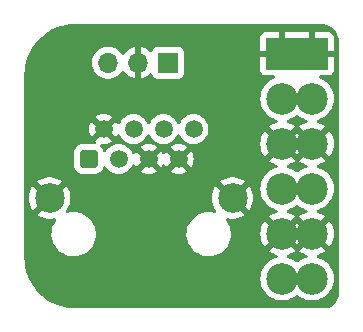
<source format=gbr>
%TF.GenerationSoftware,KiCad,Pcbnew,7.0.5-0*%
%TF.CreationDate,2023-10-13T18:20:27+02:00*%
%TF.ProjectId,rj45-stepper-adapter,726a3435-2d73-4746-9570-7065722d6164,rev?*%
%TF.SameCoordinates,Original*%
%TF.FileFunction,Copper,L2,Bot*%
%TF.FilePolarity,Positive*%
%FSLAX46Y46*%
G04 Gerber Fmt 4.6, Leading zero omitted, Abs format (unit mm)*
G04 Created by KiCad (PCBNEW 7.0.5-0) date 2023-10-13 18:20:27*
%MOMM*%
%LPD*%
G01*
G04 APERTURE LIST*
G04 Aperture macros list*
%AMRoundRect*
0 Rectangle with rounded corners*
0 $1 Rounding radius*
0 $2 $3 $4 $5 $6 $7 $8 $9 X,Y pos of 4 corners*
0 Add a 4 corners polygon primitive as box body*
4,1,4,$2,$3,$4,$5,$6,$7,$8,$9,$2,$3,0*
0 Add four circle primitives for the rounded corners*
1,1,$1+$1,$2,$3*
1,1,$1+$1,$4,$5*
1,1,$1+$1,$6,$7*
1,1,$1+$1,$8,$9*
0 Add four rect primitives between the rounded corners*
20,1,$1+$1,$2,$3,$4,$5,0*
20,1,$1+$1,$4,$5,$6,$7,0*
20,1,$1+$1,$6,$7,$8,$9,0*
20,1,$1+$1,$8,$9,$2,$3,0*%
G04 Aperture macros list end*
%TA.AperFunction,ComponentPad*%
%ADD10R,1.700000X1.700000*%
%TD*%
%TA.AperFunction,ComponentPad*%
%ADD11O,1.700000X1.700000*%
%TD*%
%TA.AperFunction,ComponentPad*%
%ADD12RoundRect,0.250500X-0.499500X-0.499500X0.499500X-0.499500X0.499500X0.499500X-0.499500X0.499500X0*%
%TD*%
%TA.AperFunction,ComponentPad*%
%ADD13C,1.500000*%
%TD*%
%TA.AperFunction,ComponentPad*%
%ADD14C,2.500000*%
%TD*%
%TA.AperFunction,ComponentPad*%
%ADD15R,2.670000X2.670000*%
%TD*%
%TA.AperFunction,ComponentPad*%
%ADD16C,2.670000*%
%TD*%
G04 APERTURE END LIST*
D10*
%TO.P,J2,1,Pin_1*%
%TO.N,/VCC 3.3V*%
X152908000Y-98552000D03*
D11*
%TO.P,J2,2,Pin_2*%
%TO.N,GND*%
X150368000Y-98552000D03*
%TO.P,J2,3,Pin_3*%
%TO.N,/SIG*%
X147828000Y-98552000D03*
%TD*%
D12*
%TO.P,J3,1*%
%TO.N,/SIG*%
X146182000Y-106711500D03*
D13*
%TO.P,J3,2*%
%TO.N,GND*%
X147442000Y-104171500D03*
%TO.P,J3,3*%
%TO.N,/VCC 3.3V*%
X148722000Y-106711500D03*
%TO.P,J3,4*%
%TO.N,/ENA+*%
X149982000Y-104171500D03*
%TO.P,J3,5*%
%TO.N,GND*%
X151262000Y-106711500D03*
%TO.P,J3,6*%
%TO.N,/DIR+*%
X152522000Y-104171500D03*
%TO.P,J3,7*%
%TO.N,GND*%
X153802000Y-106711500D03*
%TO.P,J3,8*%
%TO.N,/PUL+*%
X155062000Y-104171500D03*
D14*
%TO.P,J3,SH*%
%TO.N,GND*%
X142877000Y-110021500D03*
X158367000Y-110021500D03*
%TD*%
D15*
%TO.P,J6,1,Pin_1*%
%TO.N,GND*%
X165100000Y-97790000D03*
X162560000Y-97790000D03*
D16*
%TO.P,J6,2,Pin_2*%
%TO.N,/ENA+*%
X165100000Y-101600000D03*
X162560000Y-101600000D03*
%TO.P,J6,3,Pin_3*%
%TO.N,GND*%
X165100000Y-105410000D03*
X162560000Y-105410000D03*
%TO.P,J6,4,Pin_4*%
%TO.N,/DIR+*%
X165100000Y-109220000D03*
X162560000Y-109220000D03*
%TO.P,J6,5,Pin_5*%
%TO.N,GND*%
X165100000Y-113030000D03*
X162560000Y-113030000D03*
%TO.P,J6,6,Pin_6*%
%TO.N,/PUL+*%
X165100000Y-116840000D03*
X162560000Y-116840000D03*
%TD*%
%TA.AperFunction,Conductor*%
%TO.N,GND*%
G36*
X164575901Y-113332588D02*
G01*
X164672075Y-113457925D01*
X164797412Y-113554099D01*
X164894779Y-113594429D01*
X163988828Y-114500379D01*
X163988829Y-114500380D01*
X164101050Y-114584388D01*
X164332435Y-114710734D01*
X164332434Y-114710734D01*
X164579447Y-114802864D01*
X164619712Y-114811624D01*
X164682025Y-114845649D01*
X164716050Y-114907961D01*
X164710985Y-114978777D01*
X164668438Y-115035612D01*
X164619713Y-115057864D01*
X164579306Y-115066654D01*
X164579302Y-115066655D01*
X164579299Y-115066656D01*
X164442438Y-115117702D01*
X164332222Y-115158811D01*
X164100790Y-115285183D01*
X164100784Y-115285187D01*
X164100783Y-115285188D01*
X163905507Y-115431368D01*
X163838988Y-115456178D01*
X163769614Y-115441086D01*
X163754494Y-115431370D01*
X163559217Y-115285188D01*
X163559212Y-115285185D01*
X163559209Y-115285183D01*
X163327777Y-115158811D01*
X163080698Y-115066655D01*
X163063644Y-115062945D01*
X163040285Y-115057864D01*
X162977975Y-115023840D01*
X162943950Y-114961527D01*
X162949014Y-114890712D01*
X162991561Y-114833876D01*
X163040287Y-114811623D01*
X163080559Y-114802862D01*
X163327565Y-114710734D01*
X163558945Y-114584391D01*
X163671169Y-114500379D01*
X163671170Y-114500379D01*
X162765220Y-113594429D01*
X162862588Y-113554099D01*
X162987925Y-113457925D01*
X163084099Y-113332589D01*
X163124429Y-113235220D01*
X163829998Y-113940789D01*
X163830000Y-113940789D01*
X164535569Y-113235219D01*
X164575901Y-113332588D01*
G37*
%TD.AperFunction*%
%TA.AperFunction,Conductor*%
G36*
X163890386Y-110618913D02*
G01*
X163905505Y-110628629D01*
X164100783Y-110774812D01*
X164332226Y-110901190D01*
X164579299Y-110993344D01*
X164619712Y-111002135D01*
X164682023Y-111036158D01*
X164716049Y-111098470D01*
X164710985Y-111169285D01*
X164668440Y-111226122D01*
X164619715Y-111248375D01*
X164579443Y-111257136D01*
X164332434Y-111349265D01*
X164101055Y-111475608D01*
X163988829Y-111559618D01*
X163988828Y-111559619D01*
X164894779Y-112465570D01*
X164797412Y-112505901D01*
X164672075Y-112602075D01*
X164575901Y-112727411D01*
X164535570Y-112824778D01*
X163830001Y-112119209D01*
X163829999Y-112119209D01*
X163124429Y-112824778D01*
X163084099Y-112727412D01*
X162987925Y-112602075D01*
X162862588Y-112505901D01*
X162765219Y-112465570D01*
X163671170Y-111559619D01*
X163671169Y-111559618D01*
X163558949Y-111475611D01*
X163327564Y-111349265D01*
X163327565Y-111349265D01*
X163080554Y-111257135D01*
X163040285Y-111248375D01*
X162977973Y-111214349D01*
X162943949Y-111152036D01*
X162949015Y-111081220D01*
X162991563Y-111024385D01*
X163040284Y-111002135D01*
X163080701Y-110993344D01*
X163327774Y-110901190D01*
X163559217Y-110774812D01*
X163754492Y-110628631D01*
X163821011Y-110603821D01*
X163890386Y-110618913D01*
G37*
%TD.AperFunction*%
%TA.AperFunction,Conductor*%
G36*
X164575901Y-105712588D02*
G01*
X164672075Y-105837925D01*
X164797412Y-105934099D01*
X164894779Y-105974429D01*
X163988828Y-106880379D01*
X163988829Y-106880380D01*
X164101050Y-106964388D01*
X164332435Y-107090734D01*
X164332434Y-107090734D01*
X164579447Y-107182864D01*
X164619712Y-107191624D01*
X164682025Y-107225649D01*
X164716050Y-107287961D01*
X164710985Y-107358777D01*
X164668438Y-107415612D01*
X164619713Y-107437864D01*
X164579306Y-107446654D01*
X164579302Y-107446655D01*
X164579299Y-107446656D01*
X164442438Y-107497702D01*
X164332222Y-107538811D01*
X164100790Y-107665183D01*
X164100784Y-107665187D01*
X164100783Y-107665188D01*
X163905507Y-107811368D01*
X163838988Y-107836178D01*
X163769614Y-107821086D01*
X163754494Y-107811370D01*
X163559217Y-107665188D01*
X163559212Y-107665185D01*
X163559209Y-107665183D01*
X163327777Y-107538811D01*
X163080698Y-107446655D01*
X163063644Y-107442945D01*
X163040285Y-107437864D01*
X162977975Y-107403840D01*
X162943950Y-107341527D01*
X162949014Y-107270712D01*
X162991561Y-107213876D01*
X163040287Y-107191623D01*
X163080559Y-107182862D01*
X163327565Y-107090734D01*
X163558945Y-106964391D01*
X163671169Y-106880379D01*
X163671170Y-106880379D01*
X162765220Y-105974429D01*
X162862588Y-105934099D01*
X162987925Y-105837925D01*
X163084099Y-105712589D01*
X163124429Y-105615220D01*
X163829999Y-106320790D01*
X163830001Y-106320790D01*
X164535570Y-105615220D01*
X164575901Y-105712588D01*
G37*
%TD.AperFunction*%
%TA.AperFunction,Conductor*%
G36*
X163890386Y-102998913D02*
G01*
X163905505Y-103008629D01*
X164100783Y-103154812D01*
X164332226Y-103281190D01*
X164579299Y-103373344D01*
X164619712Y-103382135D01*
X164682023Y-103416158D01*
X164716049Y-103478470D01*
X164710985Y-103549285D01*
X164668440Y-103606122D01*
X164619715Y-103628375D01*
X164579443Y-103637136D01*
X164332434Y-103729265D01*
X164101055Y-103855608D01*
X163988829Y-103939618D01*
X163988828Y-103939619D01*
X164894779Y-104845570D01*
X164797412Y-104885901D01*
X164672075Y-104982075D01*
X164575901Y-105107411D01*
X164535570Y-105204779D01*
X163830001Y-104499210D01*
X163829999Y-104499210D01*
X163124429Y-105204778D01*
X163084099Y-105107412D01*
X162987925Y-104982075D01*
X162862588Y-104885901D01*
X162765220Y-104845570D01*
X163671170Y-103939619D01*
X163671169Y-103939618D01*
X163558949Y-103855611D01*
X163327564Y-103729265D01*
X163327565Y-103729265D01*
X163080554Y-103637135D01*
X163040285Y-103628375D01*
X162977973Y-103594349D01*
X162943949Y-103532036D01*
X162949015Y-103461220D01*
X162991563Y-103404385D01*
X163040284Y-103382135D01*
X163080701Y-103373344D01*
X163327774Y-103281190D01*
X163559217Y-103154812D01*
X163754492Y-103008631D01*
X163821011Y-102983821D01*
X163890386Y-102998913D01*
G37*
%TD.AperFunction*%
%TA.AperFunction,Conductor*%
G36*
X164515444Y-97633369D02*
G01*
X164494823Y-97790000D01*
X164515444Y-97946631D01*
X164555775Y-98044000D01*
X163104225Y-98044000D01*
X163144556Y-97946631D01*
X163165177Y-97790000D01*
X163144556Y-97633369D01*
X163104225Y-97536000D01*
X164555775Y-97536000D01*
X164515444Y-97633369D01*
G37*
%TD.AperFunction*%
%TA.AperFunction,Conductor*%
G36*
X165864244Y-95275661D02*
G01*
X165942672Y-95281269D01*
X166066276Y-95290110D01*
X166084050Y-95292665D01*
X166275382Y-95334287D01*
X166292610Y-95339346D01*
X166476060Y-95407768D01*
X166492407Y-95415234D01*
X166664244Y-95509065D01*
X166679361Y-95518780D01*
X166836097Y-95636110D01*
X166849683Y-95647883D01*
X166988116Y-95786316D01*
X166999889Y-95799902D01*
X167117217Y-95956635D01*
X167126936Y-95971758D01*
X167220763Y-96143588D01*
X167228232Y-96159942D01*
X167296650Y-96343378D01*
X167301714Y-96360626D01*
X167309367Y-96395804D01*
X167343332Y-96551938D01*
X167345890Y-96569732D01*
X167360339Y-96771755D01*
X167360500Y-96776251D01*
X167360500Y-118107518D01*
X167360306Y-118112463D01*
X167345955Y-118294798D01*
X167342862Y-118314325D01*
X167301904Y-118484930D01*
X167295794Y-118503734D01*
X167228653Y-118665827D01*
X167219677Y-118683444D01*
X167128002Y-118833044D01*
X167116380Y-118849040D01*
X167002433Y-118982453D01*
X166988453Y-118996433D01*
X166855040Y-119110380D01*
X166839044Y-119122002D01*
X166689444Y-119213677D01*
X166671827Y-119222653D01*
X166509734Y-119289794D01*
X166490930Y-119295904D01*
X166320325Y-119336862D01*
X166300798Y-119339955D01*
X166118464Y-119354306D01*
X166113519Y-119354500D01*
X145035466Y-119354500D01*
X145032555Y-119354433D01*
X144640848Y-119336322D01*
X144635051Y-119335785D01*
X144280589Y-119286340D01*
X144248133Y-119281813D01*
X144242421Y-119280745D01*
X143862138Y-119191304D01*
X143856538Y-119189710D01*
X143486134Y-119065563D01*
X143480705Y-119063460D01*
X143123330Y-118905663D01*
X143118123Y-118903070D01*
X142776839Y-118712976D01*
X142771891Y-118709913D01*
X142622092Y-118607299D01*
X142449581Y-118489126D01*
X142444955Y-118485632D01*
X142238657Y-118314325D01*
X142144396Y-118236051D01*
X142140104Y-118232139D01*
X141863859Y-117955894D01*
X141859948Y-117951603D01*
X141733663Y-117799524D01*
X141610364Y-117651041D01*
X141606876Y-117646422D01*
X141433255Y-117392967D01*
X141386086Y-117324108D01*
X141383026Y-117319166D01*
X141192924Y-116977867D01*
X141190336Y-116972669D01*
X141131756Y-116840000D01*
X160711791Y-116840000D01*
X160730602Y-117103024D01*
X160786655Y-117360698D01*
X160878811Y-117607777D01*
X161005186Y-117839214D01*
X161163214Y-118050317D01*
X161163222Y-118050326D01*
X161349673Y-118236777D01*
X161349682Y-118236785D01*
X161352525Y-118238913D01*
X161560783Y-118394812D01*
X161560785Y-118394813D01*
X161730507Y-118487489D01*
X161792226Y-118521190D01*
X162039299Y-118613344D01*
X162296972Y-118669397D01*
X162560000Y-118688209D01*
X162823028Y-118669397D01*
X163080701Y-118613344D01*
X163327774Y-118521190D01*
X163559217Y-118394812D01*
X163754492Y-118248631D01*
X163821011Y-118223821D01*
X163890386Y-118238913D01*
X163905505Y-118248629D01*
X164100783Y-118394812D01*
X164100785Y-118394813D01*
X164270507Y-118487489D01*
X164332226Y-118521190D01*
X164579299Y-118613344D01*
X164836972Y-118669397D01*
X165100000Y-118688209D01*
X165363028Y-118669397D01*
X165620701Y-118613344D01*
X165867774Y-118521190D01*
X166099217Y-118394812D01*
X166310320Y-118236783D01*
X166496783Y-118050320D01*
X166654812Y-117839217D01*
X166781190Y-117607774D01*
X166873344Y-117360701D01*
X166929397Y-117103028D01*
X166948209Y-116840000D01*
X166929397Y-116576972D01*
X166873344Y-116319299D01*
X166781190Y-116072226D01*
X166654812Y-115840783D01*
X166521519Y-115662723D01*
X166496785Y-115629682D01*
X166496777Y-115629673D01*
X166310326Y-115443222D01*
X166310317Y-115443214D01*
X166099214Y-115285186D01*
X165867777Y-115158811D01*
X165620698Y-115066655D01*
X165603644Y-115062945D01*
X165580285Y-115057864D01*
X165517975Y-115023840D01*
X165483950Y-114961527D01*
X165489014Y-114890712D01*
X165531561Y-114833876D01*
X165580287Y-114811623D01*
X165620559Y-114802862D01*
X165867565Y-114710734D01*
X166098945Y-114584391D01*
X166211169Y-114500379D01*
X166211170Y-114500379D01*
X165305220Y-113594429D01*
X165402588Y-113554099D01*
X165527925Y-113457925D01*
X165624099Y-113332589D01*
X165664429Y-113235220D01*
X166570379Y-114141170D01*
X166570379Y-114141169D01*
X166654391Y-114028945D01*
X166780734Y-113797565D01*
X166872862Y-113550559D01*
X166928901Y-113292952D01*
X166947707Y-113029999D01*
X166928901Y-112767047D01*
X166872862Y-112509440D01*
X166780734Y-112262434D01*
X166654388Y-112031050D01*
X166570380Y-111918829D01*
X166570379Y-111918828D01*
X165664429Y-112824778D01*
X165624099Y-112727412D01*
X165527925Y-112602075D01*
X165402588Y-112505901D01*
X165305219Y-112465570D01*
X166211170Y-111559619D01*
X166211169Y-111559618D01*
X166098949Y-111475611D01*
X165867564Y-111349265D01*
X165867565Y-111349265D01*
X165620554Y-111257135D01*
X165580285Y-111248375D01*
X165517973Y-111214349D01*
X165483949Y-111152036D01*
X165489015Y-111081220D01*
X165531563Y-111024385D01*
X165580284Y-111002135D01*
X165620701Y-110993344D01*
X165867774Y-110901190D01*
X166099217Y-110774812D01*
X166310320Y-110616783D01*
X166496783Y-110430320D01*
X166654812Y-110219217D01*
X166781190Y-109987774D01*
X166873344Y-109740701D01*
X166929397Y-109483028D01*
X166948209Y-109220000D01*
X166929397Y-108956972D01*
X166873344Y-108699299D01*
X166781190Y-108452226D01*
X166654812Y-108220783D01*
X166576245Y-108115829D01*
X166496785Y-108009682D01*
X166496777Y-108009673D01*
X166310326Y-107823222D01*
X166310317Y-107823214D01*
X166099214Y-107665186D01*
X165867777Y-107538811D01*
X165620698Y-107446655D01*
X165603644Y-107442945D01*
X165580285Y-107437864D01*
X165517975Y-107403840D01*
X165483950Y-107341527D01*
X165489014Y-107270712D01*
X165531561Y-107213876D01*
X165580287Y-107191623D01*
X165620559Y-107182862D01*
X165867565Y-107090734D01*
X166098945Y-106964391D01*
X166211169Y-106880379D01*
X166211170Y-106880379D01*
X165305220Y-105974429D01*
X165402588Y-105934099D01*
X165527925Y-105837925D01*
X165624099Y-105712589D01*
X165664429Y-105615220D01*
X166570379Y-106521170D01*
X166570379Y-106521169D01*
X166654391Y-106408945D01*
X166780734Y-106177565D01*
X166872862Y-105930559D01*
X166928901Y-105672952D01*
X166947707Y-105410000D01*
X166928901Y-105147047D01*
X166872862Y-104889440D01*
X166780734Y-104642434D01*
X166654388Y-104411050D01*
X166570380Y-104298829D01*
X166570379Y-104298828D01*
X165664429Y-105204777D01*
X165624099Y-105107412D01*
X165527925Y-104982075D01*
X165402588Y-104885901D01*
X165305220Y-104845570D01*
X166211170Y-103939619D01*
X166211169Y-103939618D01*
X166098949Y-103855611D01*
X165867564Y-103729265D01*
X165867565Y-103729265D01*
X165620554Y-103637135D01*
X165580285Y-103628375D01*
X165517973Y-103594349D01*
X165483949Y-103532036D01*
X165489015Y-103461220D01*
X165531563Y-103404385D01*
X165580284Y-103382135D01*
X165620701Y-103373344D01*
X165867774Y-103281190D01*
X166099217Y-103154812D01*
X166310320Y-102996783D01*
X166496783Y-102810320D01*
X166654812Y-102599217D01*
X166781190Y-102367774D01*
X166873344Y-102120701D01*
X166929397Y-101863028D01*
X166948209Y-101600000D01*
X166929397Y-101336972D01*
X166873344Y-101079299D01*
X166781190Y-100832226D01*
X166654812Y-100600783D01*
X166576245Y-100495830D01*
X166496785Y-100389682D01*
X166496777Y-100389673D01*
X166310326Y-100203222D01*
X166310317Y-100203214D01*
X166099214Y-100045186D01*
X165867777Y-99918811D01*
X165828040Y-99903990D01*
X165755824Y-99877054D01*
X165698991Y-99834509D01*
X165674180Y-99767989D01*
X165689271Y-99698615D01*
X165739474Y-99648412D01*
X165799859Y-99633000D01*
X166483585Y-99633000D01*
X166483597Y-99632999D01*
X166544093Y-99626494D01*
X166680964Y-99575444D01*
X166680965Y-99575444D01*
X166797904Y-99487904D01*
X166885444Y-99370965D01*
X166885444Y-99370964D01*
X166936494Y-99234093D01*
X166942999Y-99173597D01*
X166943000Y-99173585D01*
X166943000Y-98044000D01*
X165644225Y-98044000D01*
X165684556Y-97946631D01*
X165705177Y-97790000D01*
X165684556Y-97633369D01*
X165644225Y-97536000D01*
X166943000Y-97536000D01*
X166943000Y-96406414D01*
X166942999Y-96406402D01*
X166936494Y-96345906D01*
X166885444Y-96209035D01*
X166885444Y-96209034D01*
X166797904Y-96092095D01*
X166680965Y-96004555D01*
X166544093Y-95953505D01*
X166483597Y-95947000D01*
X165354000Y-95947000D01*
X165354000Y-97245775D01*
X165256631Y-97205444D01*
X165139323Y-97190000D01*
X165060677Y-97190000D01*
X164943369Y-97205444D01*
X164846000Y-97245775D01*
X164846000Y-95947000D01*
X162814000Y-95947000D01*
X162814000Y-97245775D01*
X162716631Y-97205444D01*
X162599323Y-97190000D01*
X162520677Y-97190000D01*
X162403369Y-97205444D01*
X162306000Y-97245775D01*
X162306000Y-95947000D01*
X161176402Y-95947000D01*
X161115906Y-95953505D01*
X160979035Y-96004555D01*
X160979034Y-96004555D01*
X160862095Y-96092095D01*
X160774555Y-96209034D01*
X160774555Y-96209035D01*
X160723505Y-96345906D01*
X160717000Y-96406402D01*
X160717000Y-97536000D01*
X162015775Y-97536000D01*
X161975444Y-97633369D01*
X161954823Y-97790000D01*
X161975444Y-97946631D01*
X162015775Y-98044000D01*
X160717000Y-98044000D01*
X160717000Y-99173597D01*
X160723505Y-99234093D01*
X160774555Y-99370964D01*
X160774555Y-99370965D01*
X160862095Y-99487904D01*
X160979034Y-99575444D01*
X161115906Y-99626494D01*
X161176402Y-99632999D01*
X161176415Y-99633000D01*
X161860141Y-99633000D01*
X161928262Y-99653002D01*
X161974755Y-99706658D01*
X161984859Y-99776932D01*
X161955365Y-99841512D01*
X161904176Y-99877054D01*
X161838902Y-99901400D01*
X161792222Y-99918811D01*
X161560785Y-100045186D01*
X161349682Y-100203214D01*
X161349673Y-100203222D01*
X161163222Y-100389673D01*
X161163214Y-100389682D01*
X161005186Y-100600785D01*
X160878811Y-100832222D01*
X160786655Y-101079301D01*
X160730602Y-101336975D01*
X160711791Y-101600000D01*
X160730602Y-101863024D01*
X160786655Y-102120698D01*
X160878811Y-102367777D01*
X161005186Y-102599214D01*
X161163214Y-102810317D01*
X161163222Y-102810326D01*
X161349673Y-102996777D01*
X161349682Y-102996785D01*
X161352525Y-102998913D01*
X161560783Y-103154812D01*
X161792226Y-103281190D01*
X162039299Y-103373344D01*
X162079712Y-103382135D01*
X162142023Y-103416158D01*
X162176049Y-103478470D01*
X162170985Y-103549285D01*
X162128440Y-103606122D01*
X162079715Y-103628375D01*
X162039443Y-103637136D01*
X161792434Y-103729265D01*
X161561055Y-103855608D01*
X161448829Y-103939618D01*
X161448828Y-103939619D01*
X162354779Y-104845570D01*
X162257412Y-104885901D01*
X162132075Y-104982075D01*
X162035901Y-105107411D01*
X161995570Y-105204779D01*
X161089619Y-104298828D01*
X161089618Y-104298829D01*
X161005608Y-104411055D01*
X160879265Y-104642434D01*
X160787137Y-104889440D01*
X160731098Y-105147047D01*
X160712292Y-105410000D01*
X160731098Y-105672952D01*
X160787137Y-105930559D01*
X160879265Y-106177565D01*
X161005611Y-106408949D01*
X161089618Y-106521169D01*
X161089619Y-106521170D01*
X161995569Y-105615219D01*
X162035901Y-105712588D01*
X162132075Y-105837925D01*
X162257412Y-105934099D01*
X162354779Y-105974429D01*
X161448828Y-106880379D01*
X161448829Y-106880380D01*
X161561050Y-106964388D01*
X161792435Y-107090734D01*
X161792434Y-107090734D01*
X162039447Y-107182864D01*
X162079712Y-107191624D01*
X162142025Y-107225649D01*
X162176050Y-107287961D01*
X162170985Y-107358777D01*
X162128438Y-107415612D01*
X162079713Y-107437864D01*
X162039306Y-107446654D01*
X162039302Y-107446655D01*
X162039299Y-107446656D01*
X161902438Y-107497702D01*
X161792222Y-107538811D01*
X161560785Y-107665186D01*
X161349682Y-107823214D01*
X161349673Y-107823222D01*
X161163222Y-108009673D01*
X161163214Y-108009682D01*
X161005186Y-108220785D01*
X160878811Y-108452222D01*
X160786655Y-108699301D01*
X160730602Y-108956975D01*
X160711791Y-109220000D01*
X160730602Y-109483024D01*
X160786655Y-109740698D01*
X160878811Y-109987777D01*
X161005186Y-110219214D01*
X161163214Y-110430317D01*
X161163222Y-110430326D01*
X161349673Y-110616777D01*
X161349682Y-110616785D01*
X161455830Y-110696245D01*
X161560783Y-110774812D01*
X161792226Y-110901190D01*
X162039299Y-110993344D01*
X162079712Y-111002135D01*
X162142023Y-111036158D01*
X162176049Y-111098470D01*
X162170985Y-111169285D01*
X162128440Y-111226122D01*
X162079715Y-111248375D01*
X162039443Y-111257136D01*
X161792434Y-111349265D01*
X161561055Y-111475608D01*
X161448829Y-111559618D01*
X161448828Y-111559619D01*
X162354779Y-112465570D01*
X162257412Y-112505901D01*
X162132075Y-112602075D01*
X162035901Y-112727411D01*
X161995570Y-112824779D01*
X161089619Y-111918828D01*
X161089618Y-111918829D01*
X161005608Y-112031055D01*
X160879265Y-112262434D01*
X160787137Y-112509440D01*
X160731098Y-112767047D01*
X160712292Y-113029999D01*
X160731098Y-113292952D01*
X160787137Y-113550559D01*
X160879265Y-113797565D01*
X161005611Y-114028949D01*
X161089618Y-114141169D01*
X161089619Y-114141170D01*
X161995570Y-113235219D01*
X162035901Y-113332588D01*
X162132075Y-113457925D01*
X162257412Y-113554099D01*
X162354779Y-113594429D01*
X161448828Y-114500379D01*
X161448829Y-114500380D01*
X161561050Y-114584388D01*
X161792435Y-114710734D01*
X161792434Y-114710734D01*
X162039447Y-114802864D01*
X162079712Y-114811624D01*
X162142025Y-114845649D01*
X162176050Y-114907961D01*
X162170985Y-114978777D01*
X162128438Y-115035612D01*
X162079713Y-115057864D01*
X162039306Y-115066654D01*
X162039302Y-115066655D01*
X162039299Y-115066656D01*
X161902438Y-115117702D01*
X161792222Y-115158811D01*
X161560785Y-115285186D01*
X161349682Y-115443214D01*
X161349673Y-115443222D01*
X161163222Y-115629673D01*
X161163214Y-115629682D01*
X161005186Y-115840785D01*
X160878811Y-116072222D01*
X160786655Y-116319301D01*
X160730602Y-116576975D01*
X160711791Y-116840000D01*
X141131756Y-116840000D01*
X141131756Y-116839999D01*
X141032537Y-116615288D01*
X141030436Y-116609865D01*
X141019412Y-116576975D01*
X140906288Y-116239459D01*
X140904699Y-116233876D01*
X140815250Y-115853561D01*
X140814188Y-115847883D01*
X140760214Y-115460948D01*
X140759677Y-115455151D01*
X140741567Y-115063444D01*
X140741500Y-115060534D01*
X140741500Y-110021500D01*
X141114070Y-110021500D01*
X141133760Y-110284254D01*
X141192392Y-110541134D01*
X141192393Y-110541136D01*
X141288651Y-110786400D01*
X141288653Y-110786404D01*
X141420397Y-111014592D01*
X141420400Y-111014597D01*
X141466670Y-111072617D01*
X141466672Y-111072617D01*
X142147275Y-110392013D01*
X142235775Y-110532860D01*
X142365640Y-110662725D01*
X142506485Y-110751223D01*
X141825438Y-111432270D01*
X141995532Y-111548239D01*
X141995532Y-111548240D01*
X142232923Y-111662562D01*
X142484704Y-111740228D01*
X142484712Y-111740229D01*
X142745260Y-111779500D01*
X143008740Y-111779500D01*
X143269287Y-111740229D01*
X143269293Y-111740228D01*
X143276828Y-111737904D01*
X143347818Y-111736934D01*
X143408063Y-111774499D01*
X143438435Y-111838671D01*
X143429292Y-111909076D01*
X143416449Y-111931618D01*
X143301807Y-112091858D01*
X143301803Y-112091864D01*
X143176270Y-112336024D01*
X143087631Y-112595848D01*
X143087628Y-112595861D01*
X143037764Y-112865817D01*
X143037763Y-112865828D01*
X143027738Y-113140180D01*
X143057762Y-113413066D01*
X143127204Y-113678684D01*
X143181724Y-113806979D01*
X143234577Y-113931352D01*
X143377595Y-114165696D01*
X143553209Y-114376718D01*
X143553211Y-114376720D01*
X143553213Y-114376722D01*
X143757666Y-114559914D01*
X143757672Y-114559919D01*
X143757677Y-114559923D01*
X143986641Y-114711404D01*
X144235221Y-114827933D01*
X144498119Y-114907027D01*
X144498122Y-114907027D01*
X144498124Y-114907028D01*
X144769727Y-114947000D01*
X144769731Y-114947000D01*
X144975547Y-114947000D01*
X145180805Y-114931977D01*
X145448775Y-114872284D01*
X145705198Y-114774211D01*
X145944609Y-114639847D01*
X146161904Y-114472057D01*
X146352454Y-114274416D01*
X146512196Y-114051137D01*
X146637727Y-113806979D01*
X146637727Y-113806978D01*
X146637729Y-113806975D01*
X146723998Y-113554099D01*
X146726370Y-113547146D01*
X146755542Y-113389210D01*
X146776235Y-113277182D01*
X146776236Y-113277171D01*
X146781242Y-113140180D01*
X154457738Y-113140180D01*
X154487762Y-113413066D01*
X154557204Y-113678684D01*
X154611724Y-113806979D01*
X154664577Y-113931352D01*
X154807595Y-114165696D01*
X154983209Y-114376718D01*
X154983211Y-114376720D01*
X154983213Y-114376722D01*
X155187666Y-114559914D01*
X155187672Y-114559919D01*
X155187677Y-114559923D01*
X155416641Y-114711404D01*
X155665221Y-114827933D01*
X155928119Y-114907027D01*
X155928122Y-114907027D01*
X155928124Y-114907028D01*
X156199727Y-114947000D01*
X156199731Y-114947000D01*
X156405547Y-114947000D01*
X156610805Y-114931977D01*
X156878775Y-114872284D01*
X157135198Y-114774211D01*
X157374609Y-114639847D01*
X157591904Y-114472057D01*
X157782454Y-114274416D01*
X157942196Y-114051137D01*
X158067727Y-113806979D01*
X158067727Y-113806978D01*
X158067729Y-113806975D01*
X158153998Y-113554099D01*
X158156370Y-113547146D01*
X158185542Y-113389210D01*
X158206235Y-113277182D01*
X158206236Y-113277171D01*
X158216262Y-113002820D01*
X158190320Y-112767047D01*
X158186237Y-112729933D01*
X158151184Y-112595854D01*
X158116796Y-112464318D01*
X158108775Y-112445444D01*
X158062277Y-112336024D01*
X158009423Y-112211648D01*
X157866405Y-111977304D01*
X157834884Y-111939427D01*
X157806685Y-111874277D01*
X157818186Y-111804218D01*
X157865738Y-111751499D01*
X157934244Y-111732857D01*
X157968873Y-111738430D01*
X157974696Y-111740226D01*
X157974712Y-111740229D01*
X158235260Y-111779500D01*
X158498740Y-111779500D01*
X158759287Y-111740229D01*
X158759295Y-111740228D01*
X159011076Y-111662562D01*
X159248467Y-111548240D01*
X159418561Y-111432270D01*
X158737514Y-110751223D01*
X158878360Y-110662725D01*
X159008225Y-110532860D01*
X159096723Y-110392014D01*
X159777327Y-111072618D01*
X159823603Y-111014590D01*
X159955346Y-110786404D01*
X159955348Y-110786400D01*
X160051606Y-110541136D01*
X160051607Y-110541134D01*
X160110239Y-110284254D01*
X160129929Y-110021500D01*
X160110239Y-109758745D01*
X160051607Y-109501865D01*
X160051606Y-109501863D01*
X159955348Y-109256599D01*
X159955346Y-109256595D01*
X159823605Y-109028413D01*
X159823600Y-109028405D01*
X159777328Y-108970381D01*
X159777326Y-108970381D01*
X159096723Y-109650984D01*
X159008225Y-109510140D01*
X158878360Y-109380275D01*
X158737513Y-109291775D01*
X159418560Y-108610729D01*
X159418560Y-108610728D01*
X159248467Y-108494759D01*
X159011076Y-108380437D01*
X158759295Y-108302771D01*
X158759287Y-108302770D01*
X158498740Y-108263500D01*
X158235260Y-108263500D01*
X157974712Y-108302770D01*
X157974704Y-108302771D01*
X157722923Y-108380437D01*
X157485532Y-108494759D01*
X157485525Y-108494763D01*
X157315438Y-108610727D01*
X157315438Y-108610729D01*
X157996485Y-109291776D01*
X157855640Y-109380275D01*
X157725775Y-109510140D01*
X157637276Y-109650985D01*
X156956671Y-108970380D01*
X156956670Y-108970381D01*
X156910400Y-109028404D01*
X156910397Y-109028407D01*
X156778653Y-109256595D01*
X156778651Y-109256599D01*
X156682393Y-109501863D01*
X156682392Y-109501865D01*
X156623760Y-109758745D01*
X156604070Y-110021500D01*
X156623760Y-110284254D01*
X156682392Y-110541134D01*
X156682393Y-110541136D01*
X156778651Y-110786400D01*
X156778653Y-110786404D01*
X156910396Y-111014590D01*
X156943028Y-111055509D01*
X156969862Y-111121239D01*
X156956900Y-111191043D01*
X156908257Y-111242757D01*
X156839377Y-111259964D01*
X156808217Y-111254727D01*
X156745875Y-111235971D01*
X156474272Y-111196000D01*
X156474269Y-111196000D01*
X156268453Y-111196000D01*
X156063191Y-111211023D01*
X155795231Y-111270714D01*
X155795219Y-111270718D01*
X155538801Y-111368789D01*
X155299397Y-111503149D01*
X155299393Y-111503151D01*
X155082094Y-111670944D01*
X155082093Y-111670945D01*
X154891548Y-111868581D01*
X154731807Y-112091858D01*
X154731803Y-112091864D01*
X154606270Y-112336024D01*
X154517631Y-112595848D01*
X154517628Y-112595861D01*
X154467764Y-112865817D01*
X154467763Y-112865828D01*
X154457738Y-113140180D01*
X146781242Y-113140180D01*
X146786262Y-113002820D01*
X146760320Y-112767047D01*
X146756237Y-112729933D01*
X146721184Y-112595854D01*
X146686796Y-112464318D01*
X146678775Y-112445444D01*
X146632277Y-112336024D01*
X146579423Y-112211648D01*
X146436405Y-111977304D01*
X146260791Y-111766282D01*
X146260787Y-111766279D01*
X146260786Y-111766277D01*
X146056333Y-111583085D01*
X146056320Y-111583075D01*
X145827359Y-111431596D01*
X145827358Y-111431596D01*
X145578779Y-111315067D01*
X145357104Y-111248375D01*
X145315875Y-111235971D01*
X145044272Y-111196000D01*
X145044269Y-111196000D01*
X144838453Y-111196000D01*
X144633196Y-111211022D01*
X144426949Y-111256966D01*
X144356109Y-111252253D01*
X144299062Y-111209990D01*
X144273920Y-111143594D01*
X144288666Y-111074146D01*
X144301043Y-111055419D01*
X144333602Y-111014591D01*
X144333603Y-111014590D01*
X144465346Y-110786404D01*
X144465348Y-110786400D01*
X144561606Y-110541136D01*
X144561607Y-110541134D01*
X144620239Y-110284254D01*
X144639929Y-110021500D01*
X144620239Y-109758745D01*
X144561607Y-109501865D01*
X144561606Y-109501863D01*
X144465348Y-109256599D01*
X144465346Y-109256595D01*
X144333605Y-109028413D01*
X144333600Y-109028405D01*
X144287327Y-108970381D01*
X143606723Y-109650985D01*
X143518225Y-109510140D01*
X143388360Y-109380275D01*
X143247514Y-109291776D01*
X143928560Y-108610729D01*
X143928560Y-108610728D01*
X143758467Y-108494759D01*
X143521076Y-108380437D01*
X143269295Y-108302771D01*
X143269287Y-108302770D01*
X143008740Y-108263500D01*
X142745260Y-108263500D01*
X142484712Y-108302770D01*
X142484704Y-108302771D01*
X142232923Y-108380437D01*
X141995532Y-108494759D01*
X141995525Y-108494763D01*
X141825438Y-108610727D01*
X141825438Y-108610729D01*
X142506485Y-109291776D01*
X142365640Y-109380275D01*
X142235775Y-109510140D01*
X142147276Y-109650985D01*
X141466671Y-108970380D01*
X141466670Y-108970381D01*
X141420400Y-109028404D01*
X141420397Y-109028407D01*
X141288653Y-109256595D01*
X141288651Y-109256599D01*
X141192393Y-109501863D01*
X141192392Y-109501865D01*
X141133760Y-109758745D01*
X141114070Y-110021500D01*
X140741500Y-110021500D01*
X140741500Y-107261584D01*
X144923500Y-107261584D01*
X144934119Y-107365522D01*
X144934120Y-107365528D01*
X144989929Y-107533951D01*
X145070876Y-107665186D01*
X145083075Y-107684963D01*
X145083080Y-107684969D01*
X145208530Y-107810419D01*
X145208536Y-107810424D01*
X145208537Y-107810425D01*
X145359549Y-107903571D01*
X145527972Y-107959380D01*
X145631915Y-107969999D01*
X145631915Y-107970000D01*
X145631924Y-107970000D01*
X146732085Y-107970000D01*
X146732084Y-107969999D01*
X146836028Y-107959380D01*
X147004451Y-107903571D01*
X147155463Y-107810425D01*
X147280925Y-107684963D01*
X147374071Y-107533951D01*
X147419621Y-107396486D01*
X147460033Y-107338118D01*
X147525589Y-107310862D01*
X147595474Y-107323375D01*
X147642435Y-107363849D01*
X147754251Y-107523538D01*
X147754254Y-107523542D01*
X147909957Y-107679245D01*
X147909961Y-107679248D01*
X147909962Y-107679249D01*
X148090346Y-107805556D01*
X148289924Y-107898620D01*
X148502629Y-107955615D01*
X148722000Y-107974807D01*
X148941371Y-107955615D01*
X149154076Y-107898620D01*
X149353654Y-107805556D01*
X149534038Y-107679249D01*
X149689749Y-107523538D01*
X149816056Y-107343154D01*
X149878081Y-107210139D01*
X149924996Y-107156856D01*
X149993273Y-107137394D01*
X150061234Y-107157935D01*
X150106470Y-107210140D01*
X150168378Y-107342902D01*
X150210801Y-107403486D01*
X150817155Y-106797132D01*
X150818327Y-106812765D01*
X150867887Y-106939041D01*
X150952465Y-107045099D01*
X151064547Y-107121516D01*
X151176622Y-107156086D01*
X150570012Y-107762696D01*
X150570012Y-107762697D01*
X150630600Y-107805122D01*
X150830092Y-107898147D01*
X150830096Y-107898149D01*
X151042712Y-107955119D01*
X151261999Y-107974304D01*
X151481287Y-107955119D01*
X151693903Y-107898149D01*
X151693912Y-107898145D01*
X151893405Y-107805119D01*
X151893412Y-107805115D01*
X151953986Y-107762698D01*
X151953986Y-107762697D01*
X151345315Y-107154025D01*
X151396138Y-107146365D01*
X151518357Y-107087507D01*
X151617798Y-106995240D01*
X151685625Y-106877760D01*
X151704550Y-106794840D01*
X152313196Y-107403486D01*
X152313198Y-107403486D01*
X152355615Y-107342912D01*
X152355616Y-107342910D01*
X152417804Y-107209549D01*
X152464721Y-107156264D01*
X152532999Y-107136803D01*
X152600959Y-107157345D01*
X152646193Y-107209548D01*
X152708375Y-107342897D01*
X152708378Y-107342901D01*
X152750801Y-107403486D01*
X153357155Y-106797132D01*
X153358327Y-106812765D01*
X153407887Y-106939041D01*
X153492465Y-107045099D01*
X153604547Y-107121516D01*
X153716622Y-107156086D01*
X153110012Y-107762696D01*
X153110012Y-107762697D01*
X153170600Y-107805122D01*
X153370092Y-107898147D01*
X153370096Y-107898149D01*
X153582712Y-107955119D01*
X153802000Y-107974304D01*
X154021287Y-107955119D01*
X154233903Y-107898149D01*
X154233912Y-107898145D01*
X154433405Y-107805119D01*
X154433412Y-107805115D01*
X154493986Y-107762698D01*
X154493986Y-107762697D01*
X153885315Y-107154025D01*
X153936138Y-107146365D01*
X154058357Y-107087507D01*
X154157798Y-106995240D01*
X154225625Y-106877760D01*
X154244550Y-106794839D01*
X154853197Y-107403486D01*
X154853198Y-107403486D01*
X154895615Y-107342912D01*
X154895619Y-107342905D01*
X154988645Y-107143412D01*
X154988649Y-107143403D01*
X155045619Y-106930787D01*
X155064804Y-106711499D01*
X155045619Y-106492212D01*
X154988649Y-106279596D01*
X154988647Y-106279592D01*
X154895621Y-106080098D01*
X154853198Y-106019512D01*
X154853196Y-106019512D01*
X154246844Y-106625864D01*
X154245673Y-106610235D01*
X154196113Y-106483959D01*
X154111535Y-106377901D01*
X153999453Y-106301484D01*
X153887375Y-106266913D01*
X154493986Y-105660301D01*
X154493986Y-105660300D01*
X154433401Y-105617878D01*
X154433402Y-105617878D01*
X154233907Y-105524852D01*
X154233903Y-105524850D01*
X154021287Y-105467880D01*
X153802000Y-105448695D01*
X153582712Y-105467880D01*
X153370096Y-105524850D01*
X153370092Y-105524852D01*
X153170598Y-105617878D01*
X153110011Y-105660301D01*
X153718684Y-106268974D01*
X153667862Y-106276635D01*
X153545643Y-106335493D01*
X153446202Y-106427760D01*
X153378375Y-106545240D01*
X153359449Y-106628159D01*
X152750801Y-106019511D01*
X152708377Y-106080100D01*
X152646194Y-106213451D01*
X152599277Y-106266735D01*
X152531000Y-106286196D01*
X152463040Y-106265654D01*
X152417806Y-106213451D01*
X152355624Y-106080103D01*
X152355621Y-106080098D01*
X152313198Y-106019512D01*
X152313197Y-106019512D01*
X151706844Y-106625864D01*
X151705673Y-106610235D01*
X151656113Y-106483959D01*
X151571535Y-106377901D01*
X151459453Y-106301484D01*
X151347375Y-106266913D01*
X151953986Y-105660301D01*
X151953986Y-105660300D01*
X151893401Y-105617878D01*
X151893402Y-105617878D01*
X151693907Y-105524852D01*
X151693903Y-105524850D01*
X151481287Y-105467880D01*
X151261999Y-105448695D01*
X151042712Y-105467880D01*
X150830096Y-105524850D01*
X150830092Y-105524852D01*
X150630598Y-105617878D01*
X150570011Y-105660301D01*
X151178684Y-106268974D01*
X151127862Y-106276635D01*
X151005643Y-106335493D01*
X150906202Y-106427760D01*
X150838375Y-106545240D01*
X150819449Y-106628158D01*
X150210801Y-106019511D01*
X150168377Y-106080100D01*
X150106469Y-106212860D01*
X150059552Y-106266145D01*
X149991274Y-106285605D01*
X149923315Y-106265063D01*
X149878080Y-106212859D01*
X149816056Y-106079847D01*
X149689749Y-105899462D01*
X149534038Y-105743751D01*
X149525876Y-105738036D01*
X149432927Y-105672952D01*
X149353654Y-105617444D01*
X149343223Y-105612580D01*
X149154079Y-105524381D01*
X149154073Y-105524379D01*
X149064178Y-105500291D01*
X148941371Y-105467385D01*
X148722000Y-105448193D01*
X148502629Y-105467385D01*
X148289926Y-105524379D01*
X148289920Y-105524381D01*
X148090346Y-105617444D01*
X147909965Y-105743748D01*
X147909959Y-105743753D01*
X147754253Y-105899459D01*
X147754248Y-105899465D01*
X147642437Y-106059147D01*
X147586979Y-106103475D01*
X147516360Y-106110784D01*
X147453000Y-106078753D01*
X147419620Y-106026510D01*
X147374071Y-105889049D01*
X147280925Y-105738037D01*
X147280924Y-105738036D01*
X147280919Y-105738030D01*
X147177416Y-105634527D01*
X147143390Y-105572215D01*
X147148455Y-105501400D01*
X147191002Y-105444564D01*
X147257522Y-105419753D01*
X147277493Y-105419912D01*
X147441994Y-105434304D01*
X147661287Y-105415119D01*
X147873903Y-105358149D01*
X147873912Y-105358145D01*
X148073405Y-105265119D01*
X148073412Y-105265115D01*
X148133986Y-105222698D01*
X148133986Y-105222697D01*
X147525315Y-104614025D01*
X147576138Y-104606365D01*
X147698357Y-104547507D01*
X147797798Y-104455240D01*
X147865625Y-104337760D01*
X147884550Y-104254840D01*
X148493196Y-104863486D01*
X148493198Y-104863486D01*
X148535615Y-104802912D01*
X148535616Y-104802910D01*
X148597529Y-104670140D01*
X148644447Y-104616855D01*
X148712724Y-104597394D01*
X148780684Y-104617936D01*
X148825919Y-104670140D01*
X148887944Y-104803154D01*
X149013227Y-104982075D01*
X149014251Y-104983538D01*
X149014254Y-104983542D01*
X149169957Y-105139245D01*
X149169961Y-105139248D01*
X149169962Y-105139249D01*
X149350346Y-105265556D01*
X149549924Y-105358620D01*
X149762629Y-105415615D01*
X149982000Y-105434807D01*
X150201371Y-105415615D01*
X150414076Y-105358620D01*
X150613654Y-105265556D01*
X150794038Y-105139249D01*
X150949749Y-104983538D01*
X151076056Y-104803154D01*
X151137804Y-104670732D01*
X151184722Y-104617446D01*
X151252999Y-104597985D01*
X151320959Y-104618526D01*
X151366195Y-104670732D01*
X151427944Y-104803154D01*
X151553227Y-104982075D01*
X151554251Y-104983538D01*
X151554254Y-104983542D01*
X151709957Y-105139245D01*
X151709961Y-105139248D01*
X151709962Y-105139249D01*
X151890346Y-105265556D01*
X152089924Y-105358620D01*
X152302629Y-105415615D01*
X152522000Y-105434807D01*
X152741371Y-105415615D01*
X152954076Y-105358620D01*
X153153654Y-105265556D01*
X153334038Y-105139249D01*
X153489749Y-104983538D01*
X153616056Y-104803154D01*
X153677804Y-104670732D01*
X153724722Y-104617446D01*
X153792999Y-104597985D01*
X153860959Y-104618526D01*
X153906195Y-104670732D01*
X153967944Y-104803154D01*
X154093227Y-104982075D01*
X154094251Y-104983538D01*
X154094254Y-104983542D01*
X154249957Y-105139245D01*
X154249961Y-105139248D01*
X154249962Y-105139249D01*
X154430346Y-105265556D01*
X154629924Y-105358620D01*
X154842629Y-105415615D01*
X155062000Y-105434807D01*
X155281371Y-105415615D01*
X155494076Y-105358620D01*
X155693654Y-105265556D01*
X155874038Y-105139249D01*
X156029749Y-104983538D01*
X156156056Y-104803154D01*
X156249120Y-104603576D01*
X156306115Y-104390871D01*
X156325307Y-104171500D01*
X156306115Y-103952129D01*
X156249120Y-103739424D01*
X156156056Y-103539847D01*
X156029749Y-103359462D01*
X155874038Y-103203751D01*
X155693654Y-103077444D01*
X155693650Y-103077442D01*
X155494079Y-102984381D01*
X155494073Y-102984379D01*
X155404178Y-102960291D01*
X155281371Y-102927385D01*
X155062000Y-102908193D01*
X154842629Y-102927385D01*
X154629926Y-102984379D01*
X154629920Y-102984381D01*
X154430346Y-103077444D01*
X154249965Y-103203748D01*
X154249959Y-103203753D01*
X154094253Y-103359459D01*
X154094248Y-103359465D01*
X153967944Y-103539846D01*
X153906195Y-103672268D01*
X153859278Y-103725553D01*
X153791000Y-103745014D01*
X153723040Y-103724472D01*
X153677805Y-103672268D01*
X153646960Y-103606122D01*
X153616056Y-103539847D01*
X153489749Y-103359462D01*
X153334038Y-103203751D01*
X153153654Y-103077444D01*
X153153650Y-103077442D01*
X152954079Y-102984381D01*
X152954073Y-102984379D01*
X152864178Y-102960291D01*
X152741371Y-102927385D01*
X152522000Y-102908193D01*
X152302629Y-102927385D01*
X152089926Y-102984379D01*
X152089920Y-102984381D01*
X151890346Y-103077444D01*
X151709965Y-103203748D01*
X151709959Y-103203753D01*
X151554253Y-103359459D01*
X151554248Y-103359465D01*
X151427944Y-103539846D01*
X151366195Y-103672268D01*
X151319278Y-103725553D01*
X151251000Y-103745014D01*
X151183040Y-103724472D01*
X151137805Y-103672268D01*
X151106960Y-103606122D01*
X151076056Y-103539847D01*
X150949749Y-103359462D01*
X150794038Y-103203751D01*
X150613654Y-103077444D01*
X150613650Y-103077442D01*
X150414079Y-102984381D01*
X150414073Y-102984379D01*
X150324178Y-102960291D01*
X150201371Y-102927385D01*
X149982000Y-102908193D01*
X149981999Y-102908193D01*
X149762629Y-102927385D01*
X149549926Y-102984379D01*
X149549920Y-102984381D01*
X149350346Y-103077444D01*
X149169965Y-103203748D01*
X149169959Y-103203753D01*
X149014253Y-103359459D01*
X149014248Y-103359465D01*
X148887944Y-103539846D01*
X148825919Y-103672859D01*
X148779001Y-103726144D01*
X148710724Y-103745605D01*
X148642764Y-103725063D01*
X148597529Y-103672859D01*
X148535621Y-103540098D01*
X148493198Y-103479512D01*
X148493197Y-103479512D01*
X147886844Y-104085864D01*
X147885673Y-104070235D01*
X147836113Y-103943959D01*
X147751535Y-103837901D01*
X147639453Y-103761484D01*
X147527375Y-103726913D01*
X148133986Y-103120301D01*
X148133986Y-103120300D01*
X148073401Y-103077878D01*
X148073402Y-103077878D01*
X147873907Y-102984852D01*
X147873903Y-102984850D01*
X147661287Y-102927880D01*
X147441999Y-102908695D01*
X147222712Y-102927880D01*
X147010096Y-102984850D01*
X147010092Y-102984852D01*
X146810598Y-103077878D01*
X146750011Y-103120301D01*
X147358684Y-103728974D01*
X147307862Y-103736635D01*
X147185643Y-103795493D01*
X147086202Y-103887760D01*
X147018375Y-104005240D01*
X146999449Y-104088158D01*
X146390801Y-103479511D01*
X146348378Y-103540098D01*
X146255352Y-103739592D01*
X146255350Y-103739596D01*
X146198380Y-103952212D01*
X146179195Y-104171500D01*
X146198380Y-104390787D01*
X146255350Y-104603403D01*
X146255352Y-104603407D01*
X146348378Y-104802902D01*
X146390801Y-104863486D01*
X146997155Y-104257132D01*
X146998327Y-104272765D01*
X147047887Y-104399041D01*
X147132465Y-104505099D01*
X147244547Y-104581516D01*
X147356622Y-104616086D01*
X146750012Y-105222696D01*
X146750012Y-105222698D01*
X146751568Y-105223788D01*
X146795896Y-105279245D01*
X146803204Y-105349865D01*
X146771172Y-105413225D01*
X146709971Y-105449209D01*
X146679296Y-105453000D01*
X145631915Y-105453000D01*
X145527977Y-105463619D01*
X145527971Y-105463620D01*
X145359549Y-105519429D01*
X145208536Y-105612575D01*
X145208530Y-105612580D01*
X145083080Y-105738030D01*
X145083075Y-105738036D01*
X144989929Y-105889049D01*
X144934120Y-106057471D01*
X144934119Y-106057477D01*
X144923500Y-106161415D01*
X144923500Y-107261584D01*
X140741500Y-107261584D01*
X140741500Y-99569465D01*
X140741567Y-99566555D01*
X140759677Y-99174848D01*
X140760214Y-99169051D01*
X140784546Y-98994616D01*
X140814189Y-98782112D01*
X140815249Y-98776442D01*
X140868037Y-98552000D01*
X146464844Y-98552000D01*
X146482232Y-98761844D01*
X146483437Y-98776375D01*
X146538702Y-98994612D01*
X146538703Y-98994613D01*
X146538704Y-98994616D01*
X146627580Y-99197235D01*
X146629141Y-99200793D01*
X146752275Y-99389265D01*
X146752279Y-99389270D01*
X146904762Y-99554908D01*
X146919726Y-99566555D01*
X147082424Y-99693189D01*
X147280426Y-99800342D01*
X147280427Y-99800342D01*
X147280428Y-99800343D01*
X147357076Y-99826656D01*
X147493365Y-99873444D01*
X147715431Y-99910500D01*
X147715435Y-99910500D01*
X147940565Y-99910500D01*
X147940569Y-99910500D01*
X148162635Y-99873444D01*
X148375574Y-99800342D01*
X148573576Y-99693189D01*
X148751240Y-99554906D01*
X148903722Y-99389268D01*
X148992816Y-99252898D01*
X149046819Y-99206810D01*
X149117167Y-99197235D01*
X149181524Y-99227212D01*
X149203782Y-99252898D01*
X149292674Y-99388958D01*
X149445097Y-99554534D01*
X149622698Y-99692767D01*
X149622699Y-99692768D01*
X149820628Y-99799882D01*
X149820630Y-99799883D01*
X150033483Y-99872955D01*
X150033492Y-99872957D01*
X150114000Y-99886391D01*
X150114000Y-98985674D01*
X150225685Y-99036680D01*
X150332237Y-99052000D01*
X150403763Y-99052000D01*
X150510315Y-99036680D01*
X150622000Y-98985674D01*
X150622000Y-99886390D01*
X150702507Y-99872957D01*
X150702516Y-99872955D01*
X150915369Y-99799883D01*
X150915371Y-99799882D01*
X151113300Y-99692768D01*
X151113301Y-99692767D01*
X151290905Y-99554532D01*
X151352047Y-99488113D01*
X151412899Y-99451541D01*
X151483863Y-99453674D01*
X151542409Y-99493835D01*
X151562804Y-99529415D01*
X151607111Y-99648204D01*
X151607112Y-99648207D01*
X151694738Y-99765261D01*
X151811792Y-99852887D01*
X151811794Y-99852888D01*
X151811796Y-99852889D01*
X151865600Y-99872957D01*
X151948795Y-99903988D01*
X151948803Y-99903990D01*
X152009350Y-99910499D01*
X152009355Y-99910499D01*
X152009362Y-99910500D01*
X152009368Y-99910500D01*
X153806632Y-99910500D01*
X153806638Y-99910500D01*
X153806645Y-99910499D01*
X153806649Y-99910499D01*
X153867196Y-99903990D01*
X153867199Y-99903989D01*
X153867201Y-99903989D01*
X154004204Y-99852889D01*
X154074399Y-99800342D01*
X154121261Y-99765261D01*
X154208887Y-99648207D01*
X154208887Y-99648206D01*
X154208889Y-99648204D01*
X154259989Y-99511201D01*
X154266500Y-99450638D01*
X154266500Y-97653362D01*
X154266499Y-97653350D01*
X154259990Y-97592803D01*
X154259988Y-97592795D01*
X154208889Y-97455797D01*
X154208887Y-97455792D01*
X154121261Y-97338738D01*
X154004207Y-97251112D01*
X154004202Y-97251110D01*
X153867204Y-97200011D01*
X153867196Y-97200009D01*
X153806649Y-97193500D01*
X153806638Y-97193500D01*
X152009362Y-97193500D01*
X152009350Y-97193500D01*
X151948803Y-97200009D01*
X151948795Y-97200011D01*
X151811797Y-97251110D01*
X151811792Y-97251112D01*
X151694738Y-97338738D01*
X151607112Y-97455792D01*
X151607111Y-97455795D01*
X151562804Y-97574584D01*
X151520257Y-97631419D01*
X151453736Y-97656229D01*
X151384362Y-97641137D01*
X151352047Y-97615887D01*
X151290902Y-97549465D01*
X151113301Y-97411232D01*
X151113300Y-97411231D01*
X150915371Y-97304117D01*
X150915369Y-97304116D01*
X150702512Y-97231043D01*
X150702501Y-97231040D01*
X150622000Y-97217606D01*
X150622000Y-98118325D01*
X150510315Y-98067320D01*
X150403763Y-98052000D01*
X150332237Y-98052000D01*
X150225685Y-98067320D01*
X150114000Y-98118325D01*
X150114000Y-97217607D01*
X150113999Y-97217606D01*
X150033498Y-97231040D01*
X150033487Y-97231043D01*
X149820630Y-97304116D01*
X149820628Y-97304117D01*
X149622699Y-97411231D01*
X149622698Y-97411232D01*
X149445097Y-97549465D01*
X149292670Y-97715045D01*
X149203780Y-97851101D01*
X149149776Y-97897189D01*
X149079428Y-97906764D01*
X149015071Y-97876786D01*
X148992816Y-97851101D01*
X148952897Y-97790000D01*
X148903724Y-97714734D01*
X148903720Y-97714729D01*
X148774705Y-97574584D01*
X148751240Y-97549094D01*
X148751239Y-97549093D01*
X148751237Y-97549091D01*
X148631372Y-97455796D01*
X148573576Y-97410811D01*
X148375574Y-97303658D01*
X148375572Y-97303657D01*
X148375571Y-97303656D01*
X148162639Y-97230557D01*
X148162630Y-97230555D01*
X148085029Y-97217606D01*
X147940569Y-97193500D01*
X147715431Y-97193500D01*
X147570971Y-97217606D01*
X147493369Y-97230555D01*
X147493360Y-97230557D01*
X147280428Y-97303656D01*
X147280426Y-97303658D01*
X147082426Y-97410810D01*
X147082424Y-97410811D01*
X146904762Y-97549091D01*
X146752279Y-97714729D01*
X146752275Y-97714734D01*
X146629141Y-97903206D01*
X146538703Y-98109386D01*
X146538702Y-98109387D01*
X146483437Y-98327624D01*
X146483436Y-98327630D01*
X146483436Y-98327632D01*
X146464844Y-98552000D01*
X140868037Y-98552000D01*
X140904700Y-98396118D01*
X140906289Y-98390538D01*
X141030440Y-98020122D01*
X141032533Y-98014718D01*
X141190341Y-97657319D01*
X141192919Y-97652140D01*
X141383031Y-97310823D01*
X141386086Y-97305891D01*
X141606883Y-96983566D01*
X141610356Y-96978968D01*
X141859948Y-96678394D01*
X141863849Y-96674115D01*
X142140115Y-96397849D01*
X142144396Y-96393948D01*
X142205295Y-96343378D01*
X142444968Y-96144356D01*
X142449566Y-96140883D01*
X142771896Y-95920082D01*
X142776823Y-95917031D01*
X143118140Y-95726919D01*
X143123319Y-95724341D01*
X143480718Y-95566533D01*
X143486122Y-95564440D01*
X143856545Y-95440286D01*
X143862118Y-95438700D01*
X144242442Y-95349249D01*
X144248112Y-95348189D01*
X144557458Y-95305037D01*
X144635051Y-95294214D01*
X144640848Y-95293677D01*
X145032556Y-95275567D01*
X145035466Y-95275500D01*
X145042285Y-95275500D01*
X165853715Y-95275500D01*
X165859748Y-95275500D01*
X165864244Y-95275661D01*
G37*
%TD.AperFunction*%
%TD*%
M02*

</source>
